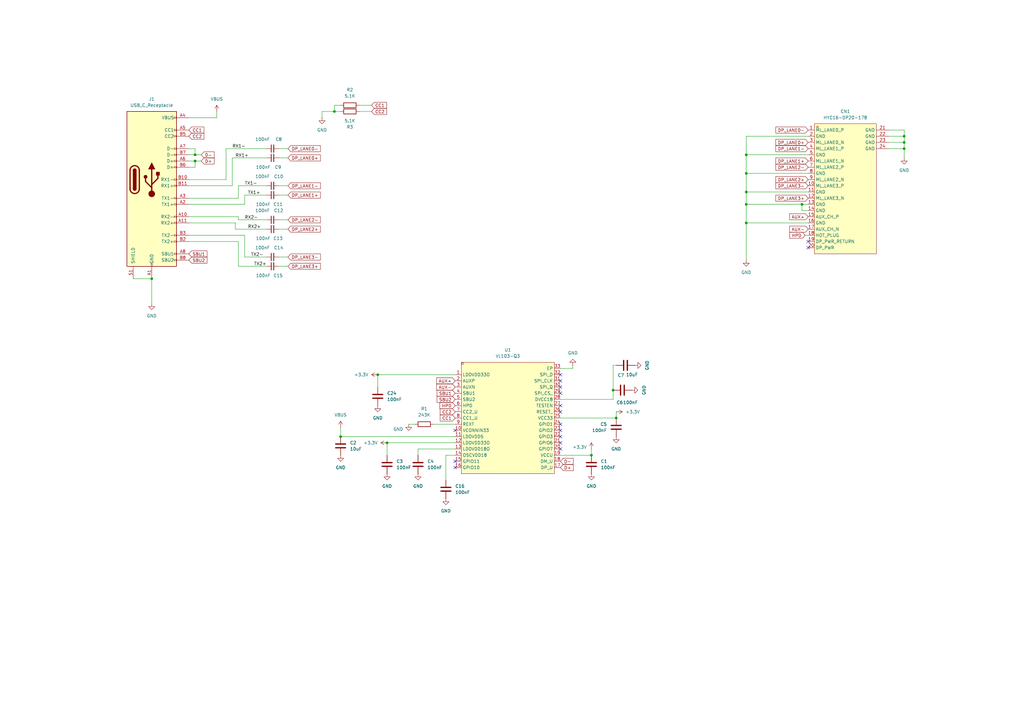
<source format=kicad_sch>
(kicad_sch (version 20231120) (generator "eeschema") (generator_version "8.0")
  (paper "A3")
  (lib_symbols
    (symbol "Connector:USB_C_Receptacle" (pin_names (offset 1.016))
      (property "Reference" "J" (at -10.16 29.21 0))
      (property "Value" "USB_C_Receptacle" (at 10.16 29.21 0))
      (symbol "USB_C_Receptacle_0_0"
        (rectangle (start -0.254 -35.56) (end 0.254 -34.544))
        (rectangle (start 10.16 -32.766) (end 9.144 -33.274))
        (rectangle (start 10.16 -30.226) (end 9.144 -30.734))
        (rectangle (start 10.16 -25.146) (end 9.144 -25.654))
        (rectangle (start 10.16 -22.606) (end 9.144 -23.114))
        (rectangle (start 10.16 -17.526) (end 9.144 -18.034))
        (rectangle (start 10.16 -14.986) (end 9.144 -15.494))
        (rectangle (start 10.16 -9.906) (end 9.144 -10.414))
        (rectangle (start 10.16 -7.366) (end 9.144 -7.874))
        (rectangle (start 10.16 -2.286) (end 9.144 -2.794))
        (rectangle (start 10.16 0.254) (end 9.144 -0.254))
        (rectangle (start 10.16 5.334) (end 9.144 4.826))
        (rectangle (start 10.16 7.874) (end 9.144 7.366))
        (rectangle (start 10.16 10.414) (end 9.144 9.906))
        (rectangle (start 10.16 12.954) (end 9.144 12.446))
        (rectangle (start 10.16 18.034) (end 9.144 17.526))
        (rectangle (start 10.16 20.574) (end 9.144 20.066))
        (rectangle (start 10.16 25.654) (end 9.144 25.146))
      )
      (symbol "USB_C_Receptacle_0_1"
        (rectangle (start -10.16 27.94) (end 10.16 -35.56) (stroke (width 0.254)) (fill (type background)))
        (arc (start -8.89 -3.81) (mid -6.985 -5.7067) (end -5.08 -3.81) (stroke (width 0.508)))
        (arc (start -7.62 -3.81) (mid -6.985 -4.4423) (end -6.35 -3.81) (stroke (width 0.254)))
        (arc (start -7.62 -3.81) (mid -6.985 -4.4423) (end -6.35 -3.81) (stroke (width 0.254)) (fill (type outline)))
        (rectangle (start -7.62 -3.81) (end -6.35 3.81) (stroke (width 0.254)) (fill (type outline)))
        (arc (start -6.35 3.81) (mid -6.985 4.4423) (end -7.62 3.81) (stroke (width 0.254)))
        (arc (start -6.35 3.81) (mid -6.985 4.4423) (end -7.62 3.81) (stroke (width 0.254)) (fill (type outline)))
        (arc (start -5.08 3.81) (mid -6.985 5.7067) (end -8.89 3.81) (stroke (width 0.508)))
        (polyline (pts (xy -8.89 -3.81) (xy -8.89 3.81)) (stroke (width 0.508)))
        (polyline (pts (xy -5.08 3.81) (xy -5.08 -3.81)) (stroke (width 0.508)))
      )
      (symbol "USB_C_Receptacle_1_1"
        (circle (center -2.54 1.143) (radius 0.635) (stroke (width 0.254)) (fill (type outline)))
        (circle (center 0 -5.842) (radius 1.27) (fill (type outline)))
        (polyline (pts (xy 0 -5.842) (xy 0 4.318)) (stroke (width 0.508)))
        (polyline (pts (xy 0 -3.302) (xy -2.54 -0.762) (xy -2.54 0.508)) (stroke (width 0.508)))
        (polyline (pts (xy 0 -2.032) (xy 2.54 0.508) (xy 2.54 1.778)) (stroke (width 0.508)))
        (polyline (pts (xy -1.27 4.318) (xy 0 6.858) (xy 1.27 4.318) (xy -1.27 4.318)) (stroke (width 0.254)) (fill (type outline)))
        (rectangle (start 1.905 1.778) (end 3.175 3.048) (stroke (width 0.254)) (fill (type outline)))
        (pin passive line (at 0 -40.64 90) (length 5.08) (name "GND") (number "A1"))
        (pin bidirectional line (at 15.24 -15.24 180) (length 5.08) (name "RX2-") (number "A10"))
        (pin bidirectional line (at 15.24 -17.78 180) (length 5.08) (name "RX2+") (number "A11"))
        (pin passive line (at 0 -40.64 90) (length 5.08) hide (name "GND") (number "A12"))
        (pin bidirectional line (at 15.24 -10.16 180) (length 5.08) (name "TX1+") (number "A2"))
        (pin bidirectional line (at 15.24 -7.62 180) (length 5.08) (name "TX1-") (number "A3"))
        (pin passive line (at 15.24 25.4 180) (length 5.08) (name "VBUS") (number "A4"))
        (pin bidirectional line (at 15.24 20.32 180) (length 5.08) (name "CC1") (number "A5"))
        (pin bidirectional line (at 15.24 7.62 180) (length 5.08) (name "D+") (number "A6"))
        (pin bidirectional line (at 15.24 12.7 180) (length 5.08) (name "D-") (number "A7"))
        (pin bidirectional line (at 15.24 -30.48 180) (length 5.08) (name "SBU1") (number "A8"))
        (pin passive line (at 15.24 25.4 180) (length 5.08) hide (name "VBUS") (number "A9"))
        (pin passive line (at 0 -40.64 90) (length 5.08) hide (name "GND") (number "B1"))
        (pin bidirectional line (at 15.24 0 180) (length 5.08) (name "RX1-") (number "B10"))
        (pin bidirectional line (at 15.24 -2.54 180) (length 5.08) (name "RX1+") (number "B11"))
        (pin passive line (at 0 -40.64 90) (length 5.08) hide (name "GND") (number "B12"))
        (pin bidirectional line (at 15.24 -25.4 180) (length 5.08) (name "TX2+") (number "B2"))
        (pin bidirectional line (at 15.24 -22.86 180) (length 5.08) (name "TX2-") (number "B3"))
        (pin passive line (at 15.24 25.4 180) (length 5.08) hide (name "VBUS") (number "B4"))
        (pin bidirectional line (at 15.24 17.78 180) (length 5.08) (name "CC2") (number "B5"))
        (pin bidirectional line (at 15.24 5.08 180) (length 5.08) (name "D+") (number "B6"))
        (pin bidirectional line (at 15.24 10.16 180) (length 5.08) (name "D-") (number "B7"))
        (pin bidirectional line (at 15.24 -33.02 180) (length 5.08) (name "SBU2") (number "B8"))
        (pin passive line (at 15.24 25.4 180) (length 5.08) hide (name "VBUS") (number "B9"))
        (pin passive line (at -7.62 -40.64 90) (length 5.08) (name "SHIELD") (number "S1"))
      )
    )
    (symbol "Device:C" (pin_numbers hide) (pin_names (offset 0.254))
      (property "Reference" "C" (at 0.635 2.54 0))
      (property "Value" "C" (at 0.635 -2.54 0))
      (symbol "C_0_1"
        (polyline (pts (xy -2.032 -0.762) (xy 2.032 -0.762)) (stroke (width 0.508)))
        (polyline (pts (xy -2.032 0.762) (xy 2.032 0.762)) (stroke (width 0.508)))
      )
      (symbol "C_1_1"
        (pin passive line (at 0 3.81 270) (length 2.794) (name "~") (number "1"))
        (pin passive line (at 0 -3.81 90) (length 2.794) (name "~") (number "2"))
      )
    )
    (symbol "Device:C_Small" (pin_numbers hide) (pin_names (offset 0.254) hide)
      (property "Reference" "C" (at 0.254 1.778 0))
      (property "Value" "C_Small" (at 0.254 -2.032 0))
      (symbol "C_Small_0_1"
        (polyline (pts (xy -1.524 -0.508) (xy 1.524 -0.508)) (stroke (width 0.3302)))
        (polyline (pts (xy -1.524 0.508) (xy 1.524 0.508)) (stroke (width 0.3048)))
      )
      (symbol "C_Small_1_1"
        (pin passive line (at 0 2.54 270) (length 2.032) (name "~") (number "1"))
        (pin passive line (at 0 -2.54 90) (length 2.032) (name "~") (number "2"))
      )
    )
    (symbol "Device:R" (pin_numbers hide) (pin_names (offset 0))
      (property "Reference" "R" (at 2.032 0 90))
      (property "Value" "R" (at 0 0 90))
      (symbol "R_0_1"
        (rectangle (start -1.016 -2.54) (end 1.016 2.54) (stroke (width 0.254)))
      )
      (symbol "R_1_1"
        (pin passive line (at 0 3.81 270) (length 1.27) (name "~") (number "1"))
        (pin passive line (at 0 -3.81 90) (length 1.27) (name "~") (number "2"))
      )
    )
    (symbol "da:HYC16-DP20-178"
      (property "Reference" "CN" (at 0 30.48 0))
      (property "Value" "HYC16-DP20-178" (at 0 -27.94 0))
      (symbol "HYC16-DP20-178_0_1"
        (rectangle (start -10.16 27.94) (end 15.24 -25.4) (fill (type background)))
        (circle (center -8.89 26.67) (radius 0.38))
        (pin unspecified line (at -12.7 25.4 0) (length 2.54) (name "ML_LANE0_P") (number "1"))
        (pin unspecified line (at -12.7 2.54 0) (length 2.54) (name "ML_LANE3_P") (number "10"))
        (pin unspecified line (at -12.7 0 0) (length 2.54) (name "GND") (number "11"))
        (pin unspecified line (at -12.7 -2.54 0) (length 2.54) (name "ML_LANE3_N") (number "12"))
        (pin unspecified line (at -12.7 -5.08 0) (length 2.54) (name "GND") (number "13"))
        (pin unspecified line (at -12.7 -7.62 0) (length 2.54) (name "GND") (number "14"))
        (pin unspecified line (at -12.7 -10.16 0) (length 2.54) (name "AUX_CH_P") (number "15"))
        (pin unspecified line (at -12.7 -12.7 0) (length 2.54) (name "GND") (number "16"))
        (pin unspecified line (at -12.7 -15.24 0) (length 2.54) (name "AUX_CH_N") (number "17"))
        (pin unspecified line (at -12.7 -17.78 0) (length 2.54) (name "HOT_PLUG") (number "18"))
        (pin unspecified line (at -12.7 -20.32 0) (length 2.54) (name "DP_PWR_RETURN") (number "19"))
        (pin unspecified line (at -12.7 22.86 0) (length 2.54) (name "GND") (number "2"))
        (pin unspecified line (at -12.7 -22.86 0) (length 2.54) (name "DP_PWR") (number "20"))
        (pin unspecified line (at 20.32 25.4 180) (length 5.08) (name "GND") (number "21"))
        (pin unspecified line (at 20.32 22.86 180) (length 5.08) (name "GND") (number "22"))
        (pin unspecified line (at 20.32 20.32 180) (length 5.08) (name "GND") (number "23"))
        (pin unspecified line (at 20.32 17.78 180) (length 5.08) (name "GND") (number "24"))
        (pin unspecified line (at -12.7 20.32 0) (length 2.54) (name "ML_LANE0_N") (number "3"))
        (pin unspecified line (at -12.7 17.78 0) (length 2.54) (name "ML_LANE1_P") (number "4"))
        (pin unspecified line (at -12.7 15.24 0) (length 2.54) (name "GND") (number "5"))
        (pin unspecified line (at -12.7 12.7 0) (length 2.54) (name "ML_LANE1_N") (number "6"))
        (pin unspecified line (at -12.7 10.16 0) (length 2.54) (name "ML_LANE2_P") (number "7"))
        (pin unspecified line (at -12.7 7.62 0) (length 2.54) (name "GND") (number "8"))
        (pin unspecified line (at -12.7 5.08 0) (length 2.54) (name "ML_LANE2_N") (number "9"))
      )
    )
    (symbol "da:VL103-Q3"
      (property "Reference" "U" (at 0 25.4 0))
      (property "Value" "VL103-Q3" (at 0 -25.4 0))
      (symbol "VL103-Q3_0_1"
        (rectangle (start -19.05 22.86) (end 19.05 -22.86) (fill (type background)))
        (circle (center -18.54 22.35) (radius 0.38))
        (pin unspecified line (at -21.59 17.78 0) (length 2.54) (name "LDOVDD33O") (number "1"))
        (pin unspecified line (at -21.59 -5.08 0) (length 2.54) (name "VCONNIN33") (number "10"))
        (pin unspecified line (at -21.59 -7.62 0) (length 2.54) (name "LDOVDD5") (number "11"))
        (pin unspecified line (at -21.59 -10.16 0) (length 2.54) (name "LDOVDD33O") (number "12"))
        (pin unspecified line (at -21.59 -12.7 0) (length 2.54) (name "LDOVDD18O") (number "13"))
        (pin unspecified line (at -21.59 -15.24 0) (length 2.54) (name "OSCVDD18") (number "14"))
        (pin unspecified line (at -21.59 -17.78 0) (length 2.54) (name "GPIO11") (number "15"))
        (pin unspecified line (at -21.59 -20.32 0) (length 2.54) (name "GPIO10") (number "16"))
        (pin unspecified line (at 21.59 -20.32 180) (length 2.54) (name "DP_U") (number "17"))
        (pin unspecified line (at 21.59 -17.78 180) (length 2.54) (name "DM_U") (number "18"))
        (pin unspecified line (at 21.59 -15.24 180) (length 2.54) (name "VCCU") (number "19"))
        (pin unspecified line (at -21.59 15.24 0) (length 2.54) (name "AUXP") (number "2"))
        (pin unspecified line (at 21.59 -12.7 180) (length 2.54) (name "GPIO7") (number "20"))
        (pin unspecified line (at 21.59 -10.16 180) (length 2.54) (name "GPIO6") (number "21"))
        (pin unspecified line (at 21.59 -7.62 180) (length 2.54) (name "GPIO3") (number "22"))
        (pin unspecified line (at 21.59 -5.08 180) (length 2.54) (name "GPIO2") (number "23"))
        (pin unspecified line (at 21.59 -2.54 180) (length 2.54) (name "GPIO1") (number "24"))
        (pin unspecified line (at 21.59 0 180) (length 2.54) (name "VCC33") (number "25"))
        (pin unspecified line (at 21.59 2.54 180) (length 2.54) (name "RESET_") (number "26"))
        (pin unspecified line (at 21.59 5.08 180) (length 2.54) (name "TESTEN") (number "27"))
        (pin unspecified line (at 21.59 7.62 180) (length 2.54) (name "DVCC18") (number "28"))
        (pin unspecified line (at 21.59 10.16 180) (length 2.54) (name "SPI_CS_") (number "29"))
        (pin unspecified line (at -21.59 12.7 0) (length 2.54) (name "AUXN") (number "3"))
        (pin unspecified line (at 21.59 12.7 180) (length 2.54) (name "SPI_Q") (number "30"))
        (pin unspecified line (at 21.59 15.24 180) (length 2.54) (name "SPI_CLK") (number "31"))
        (pin unspecified line (at 21.59 17.78 180) (length 2.54) (name "SPI_D") (number "32"))
        (pin unspecified line (at 21.59 20.32 180) (length 2.54) (name "EP") (number "33"))
        (pin unspecified line (at -21.59 10.16 0) (length 2.54) (name "SBU1") (number "4"))
        (pin unspecified line (at -21.59 7.62 0) (length 2.54) (name "SBU2") (number "5"))
        (pin unspecified line (at -21.59 5.08 0) (length 2.54) (name "HPD") (number "6"))
        (pin unspecified line (at -21.59 2.54 0) (length 2.54) (name "CC2_U") (number "7"))
        (pin unspecified line (at -21.59 0 0) (length 2.54) (name "CC1_U") (number "8"))
        (pin unspecified line (at -21.59 -2.54 0) (length 2.54) (name "REXT") (number "9"))
      )
    )
    (symbol "power:+3.3V" (power) (pin_numbers hide) (pin_names (offset 0) hide)
      (property "Value" "+3.3V" (at 0 3.556 0))
      (symbol "+3.3V_0_1"
        (polyline (pts (xy -0.762 1.27) (xy 0 2.54)))
        (polyline (pts (xy 0 0) (xy 0 2.54)))
        (polyline (pts (xy 0 2.54) (xy 0.762 1.27)))
      )
      (symbol "+3.3V_1_1"
        (pin power_in line (at 0 0 90) (length 0) (name "~") (number "1"))
      )
    )
    (symbol "power:GND" (power) (pin_numbers hide) (pin_names (offset 0) hide)
      (property "Value" "GND" (at 0 -3.81 0))
      (symbol "GND_0_1"
        (polyline (pts (xy 0 0) (xy 0 -1.27) (xy 1.27 -1.27) (xy 0 -2.54) (xy -1.27 -1.27) (xy 0 -1.27)))
      )
      (symbol "GND_1_1"
        (pin power_in line (at 0 0 270) (length 0) (name "~") (number "1"))
      )
    )
    (symbol "power:VBUS" (power) (pin_numbers hide) (pin_names (offset 0) hide)
      (property "Value" "VBUS" (at 0 3.556 0))
      (symbol "VBUS_0_1"
        (polyline (pts (xy -0.762 1.27) (xy 0 2.54)))
        (polyline (pts (xy 0 0) (xy 0 2.54)))
        (polyline (pts (xy 0 2.54) (xy 0.762 1.27)))
      )
      (symbol "VBUS_1_1"
        (pin power_in line (at 0 0 90) (length 0) (name "~") (number "1"))
      )
    )
  )
  (junction (at 306.07 63.5))
  (junction (at 306.07 91.44))
  (junction (at 306.07 83.82))
  (junction (at 370.84 55.88))
  (junction (at 62.23 114.3))
  (junction (at 158.75 181.61))
  (junction (at 306.07 78.74))
  (junction (at 306.07 71.12))
  (junction (at 137.16 45.72))
  (junction (at 252.73 171.45))
  (junction (at 251.46 160.02))
  (junction (at 154.94 153.67))
  (junction (at 370.84 58.42))
  (junction (at 80.01 66.04))
  (junction (at 139.7 179.07))
  (junction (at 80.01 63.5))
  (junction (at 328.93 83.82))
  (junction (at 370.84 60.96))
  (junction (at 242.57 186.69))
  (no_connect (at 331.47 99.06))
  (no_connect (at 229.87 184.15))
  (no_connect (at 229.87 168.91))
  (no_connect (at 186.69 189.23))
  (no_connect (at 229.87 179.07))
  (no_connect (at 331.47 101.6))
  (no_connect (at 229.87 153.67))
  (no_connect (at 186.69 191.77))
  (no_connect (at 229.87 156.21))
  (no_connect (at 229.87 158.75))
  (no_connect (at 229.87 173.99))
  (no_connect (at 229.87 166.37))
  (no_connect (at 229.87 181.61))
  (no_connect (at 186.69 176.53))
  (no_connect (at 229.87 176.53))
  (no_connect (at 229.87 161.29))
  (wire (pts (xy 77.47 60.96) (xy 80.01 60.96)))
  (wire (pts (xy 154.94 153.67) (xy 186.69 153.67)))
  (wire (pts (xy 139.7 179.07) (xy 186.69 179.07)))
  (wire (pts (xy 306.07 63.5) (xy 331.47 63.5)))
  (wire (pts (xy 364.49 55.88) (xy 370.84 55.88)))
  (wire (pts (xy 77.47 81.28) (xy 97.79 81.28)))
  (wire (pts (xy 147.32 45.72) (xy 152.4 45.72)))
  (wire (pts (xy 242.57 186.69) (xy 242.57 184.15)))
  (wire (pts (xy 370.84 53.34) (xy 370.84 55.88)))
  (wire (pts (xy 96.52 93.98) (xy 109.22 93.98)))
  (wire (pts (xy 139.7 45.72) (xy 137.16 45.72)))
  (wire (pts (xy 330.2 96.52) (xy 331.47 96.52)))
  (wire (pts (xy 234.95 151.13) (xy 234.95 149.86)))
  (wire (pts (xy 80.01 60.96) (xy 80.01 63.5)))
  (wire (pts (xy 137.16 43.18) (xy 137.16 45.72)))
  (wire (pts (xy 100.33 80.01) (xy 109.22 80.01)))
  (wire (pts (xy 97.79 88.9) (xy 97.79 90.17)))
  (wire (pts (xy 77.47 91.44) (xy 96.52 91.44)))
  (wire (pts (xy 252.73 149.86) (xy 251.46 149.86)))
  (wire (pts (xy 97.79 90.17) (xy 109.22 90.17)))
  (wire (pts (xy 306.07 78.74) (xy 331.47 78.74)))
  (wire (pts (xy 97.79 81.28) (xy 97.79 76.2)))
  (wire (pts (xy 100.33 105.41) (xy 109.22 105.41)))
  (wire (pts (xy 306.07 106.68) (xy 306.07 91.44)))
  (wire (pts (xy 118.11 93.98) (xy 114.3 93.98)))
  (wire (pts (xy 306.07 63.5) (xy 306.07 55.88)))
  (wire (pts (xy 118.11 109.22) (xy 114.3 109.22)))
  (wire (pts (xy 100.33 83.82) (xy 100.33 80.01)))
  (wire (pts (xy 114.3 64.77) (xy 118.11 64.77)))
  (wire (pts (xy 306.07 71.12) (xy 306.07 63.5)))
  (wire (pts (xy 306.07 83.82) (xy 328.93 83.82)))
  (wire (pts (xy 109.22 109.22) (xy 97.79 109.22)))
  (wire (pts (xy 251.46 149.86) (xy 251.46 160.02)))
  (wire (pts (xy 77.47 76.2) (xy 95.25 76.2)))
  (wire (pts (xy 229.87 186.69) (xy 242.57 186.69)))
  (wire (pts (xy 229.87 151.13) (xy 234.95 151.13)))
  (wire (pts (xy 139.7 175.26) (xy 139.7 179.07)))
  (wire (pts (xy 92.71 73.66) (xy 92.71 60.96)))
  (wire (pts (xy 77.47 68.58) (xy 80.01 68.58)))
  (wire (pts (xy 306.07 71.12) (xy 331.47 71.12)))
  (wire (pts (xy 364.49 60.96) (xy 370.84 60.96)))
  (wire (pts (xy 229.87 171.45) (xy 252.73 171.45)))
  (wire (pts (xy 364.49 53.34) (xy 370.84 53.34)))
  (wire (pts (xy 77.47 66.04) (xy 80.01 66.04)))
  (wire (pts (xy 186.69 186.69) (xy 182.88 186.69)))
  (wire (pts (xy 77.47 88.9) (xy 97.79 88.9)))
  (wire (pts (xy 154.94 153.67) (xy 154.94 158.75)))
  (wire (pts (xy 118.11 80.01) (xy 114.3 80.01)))
  (wire (pts (xy 95.25 76.2) (xy 95.25 64.77)))
  (wire (pts (xy 92.71 60.96) (xy 109.22 60.96)))
  (wire (pts (xy 97.79 76.2) (xy 109.22 76.2)))
  (wire (pts (xy 77.47 73.66) (xy 92.71 73.66)))
  (wire (pts (xy 62.23 114.3) (xy 62.23 124.46)))
  (wire (pts (xy 77.47 83.82) (xy 100.33 83.82)))
  (wire (pts (xy 95.25 64.77) (xy 109.22 64.77)))
  (wire (pts (xy 252.73 168.91) (xy 252.73 171.45)))
  (wire (pts (xy 80.01 66.04) (xy 82.55 66.04)))
  (wire (pts (xy 54.61 114.3) (xy 62.23 114.3)))
  (wire (pts (xy 182.88 186.69) (xy 182.88 196.85)))
  (wire (pts (xy 251.46 163.83) (xy 251.46 160.02)))
  (wire (pts (xy 97.79 109.22) (xy 97.79 99.06)))
  (wire (pts (xy 96.52 91.44) (xy 96.52 93.98)))
  (wire (pts (xy 177.8 173.99) (xy 186.69 173.99)))
  (wire (pts (xy 88.9 48.26) (xy 88.9 45.72)))
  (wire (pts (xy 147.32 43.18) (xy 152.4 43.18)))
  (wire (pts (xy 77.47 48.26) (xy 88.9 48.26)))
  (wire (pts (xy 80.01 63.5) (xy 82.55 63.5)))
  (wire (pts (xy 137.16 45.72) (xy 132.08 45.72)))
  (wire (pts (xy 306.07 78.74) (xy 306.07 71.12)))
  (wire (pts (xy 97.79 99.06) (xy 77.47 99.06)))
  (wire (pts (xy 370.84 58.42) (xy 370.84 60.96)))
  (wire (pts (xy 167.64 173.99) (xy 170.18 173.99)))
  (wire (pts (xy 328.93 86.36) (xy 328.93 83.82)))
  (wire (pts (xy 331.47 86.36) (xy 328.93 86.36)))
  (wire (pts (xy 306.07 91.44) (xy 331.47 91.44)))
  (wire (pts (xy 118.11 76.2) (xy 114.3 76.2)))
  (wire (pts (xy 171.45 186.69) (xy 171.45 184.15)))
  (wire (pts (xy 77.47 63.5) (xy 80.01 63.5)))
  (wire (pts (xy 158.75 181.61) (xy 158.75 186.69)))
  (wire (pts (xy 364.49 58.42) (xy 370.84 58.42)))
  (wire (pts (xy 114.3 60.96) (xy 118.11 60.96)))
  (wire (pts (xy 77.47 96.52) (xy 100.33 96.52)))
  (wire (pts (xy 370.84 60.96) (xy 370.84 64.77)))
  (wire (pts (xy 139.7 43.18) (xy 137.16 43.18)))
  (wire (pts (xy 370.84 55.88) (xy 370.84 58.42)))
  (wire (pts (xy 306.07 91.44) (xy 306.07 83.82)))
  (wire (pts (xy 229.87 163.83) (xy 251.46 163.83)))
  (wire (pts (xy 118.11 90.17) (xy 114.3 90.17)))
  (wire (pts (xy 306.07 83.82) (xy 306.07 78.74)))
  (wire (pts (xy 80.01 68.58) (xy 80.01 66.04)))
  (wire (pts (xy 328.93 83.82) (xy 331.47 83.82)))
  (wire (pts (xy 171.45 184.15) (xy 186.69 184.15)))
  (wire (pts (xy 306.07 55.88) (xy 331.47 55.88)))
  (wire (pts (xy 118.11 105.41) (xy 114.3 105.41)))
  (wire (pts (xy 100.33 96.52) (xy 100.33 105.41)))
  (wire (pts (xy 158.75 181.61) (xy 186.69 181.61)))
  (wire (pts (xy 132.08 45.72) (xy 132.08 48.26)))
  (label "TX1-" (at 100.33 76.2 0))
  (label "RX1-" (at 95.25 60.96 0))
  (label "TX2-" (at 102.87 105.41 0))
  (label "TX1+" (at 101.6 80.01 0))
  (label "TX2+" (at 104.14 109.22 0))
  (label "RX1+" (at 96.52 64.77 0))
  (label "RX2+" (at 101.6 93.98 0))
  (label "RX2-" (at 100.33 90.17 0))
  (global_label "DP_LANE1-" (shape input) (at 118.11 76.2 0) (property "Intersheetrefs" "${INTERSHEET_REFS}" (effects (hide yes))))
  (global_label "DP_LANE0+" (shape input) (at 331.47 58.42 180) (property "Intersheetrefs" "${INTERSHEET_REFS}" (effects (hide yes))))
  (global_label "CC1" (shape input) (at 186.69 171.45 180) (property "Intersheetrefs" "${INTERSHEET_REFS}" (effects (hide yes))))
  (global_label "DP_LANE0-" (shape input) (at 118.11 60.96 0) (property "Intersheetrefs" "${INTERSHEET_REFS}" (effects (hide yes))))
  (global_label "DP_LANE3-" (shape input) (at 331.47 76.2 180) (property "Intersheetrefs" "${INTERSHEET_REFS}" (effects (hide yes))))
  (global_label "DP_LANE3+" (shape input) (at 118.11 109.22 0) (property "Intersheetrefs" "${INTERSHEET_REFS}" (effects (hide yes))))
  (global_label "HPD" (shape input) (at 186.69 166.37 180) (property "Intersheetrefs" "${INTERSHEET_REFS}" (effects (hide yes))))
  (global_label "D+" (shape input) (at 229.87 191.77 0) (property "Intersheetrefs" "${INTERSHEET_REFS}" (effects (hide yes))))
  (global_label "DP_LANE3-" (shape input) (at 118.11 105.41 0) (property "Intersheetrefs" "${INTERSHEET_REFS}" (effects (hide yes))))
  (global_label "CC1" (shape input) (at 152.4 43.18 0) (property "Intersheetrefs" "${INTERSHEET_REFS}" (effects (hide yes))))
  (global_label "DP_LANE2+" (shape input) (at 118.11 93.98 0) (property "Intersheetrefs" "${INTERSHEET_REFS}" (effects (hide yes))))
  (global_label "AUX+" (shape input) (at 331.47 88.9 180) (property "Intersheetrefs" "${INTERSHEET_REFS}" (effects (hide yes))))
  (global_label "DP_LANE1+" (shape input) (at 118.11 80.01 0) (property "Intersheetrefs" "${INTERSHEET_REFS}" (effects (hide yes))))
  (global_label "SBU2" (shape input) (at 186.69 163.83 180) (property "Intersheetrefs" "${INTERSHEET_REFS}" (effects (hide yes))))
  (global_label "CC1" (shape input) (at 77.47 53.34 0) (property "Intersheetrefs" "${INTERSHEET_REFS}" (effects (hide yes))))
  (global_label "D-" (shape input) (at 229.87 189.23 0) (property "Intersheetrefs" "${INTERSHEET_REFS}" (effects (hide yes))))
  (global_label "DP_LANE3+" (shape input) (at 331.47 81.28 180) (property "Intersheetrefs" "${INTERSHEET_REFS}" (effects (hide yes))))
  (global_label "SBU1" (shape input) (at 77.47 104.14 0) (property "Intersheetrefs" "${INTERSHEET_REFS}" (effects (hide yes))))
  (global_label "SBU1" (shape input) (at 186.69 161.29 180) (property "Intersheetrefs" "${INTERSHEET_REFS}" (effects (hide yes))))
  (global_label "DP_LANE0-" (shape input) (at 331.47 53.34 180) (property "Intersheetrefs" "${INTERSHEET_REFS}" (effects (hide yes))))
  (global_label "SBU2" (shape input) (at 77.47 106.68 0) (property "Intersheetrefs" "${INTERSHEET_REFS}" (effects (hide yes))))
  (global_label "DP_LANE0+" (shape input) (at 118.11 64.77 0) (property "Intersheetrefs" "${INTERSHEET_REFS}" (effects (hide yes))))
  (global_label "AUX-" (shape input) (at 186.69 158.75 180) (property "Intersheetrefs" "${INTERSHEET_REFS}" (effects (hide yes))))
  (global_label "AUX+" (shape input) (at 186.69 156.21 180) (property "Intersheetrefs" "${INTERSHEET_REFS}" (effects (hide yes))))
  (global_label "AUX-" (shape input) (at 331.47 93.98 180) (property "Intersheetrefs" "${INTERSHEET_REFS}" (effects (hide yes))))
  (global_label "CC2" (shape input) (at 77.47 55.88 0) (property "Intersheetrefs" "${INTERSHEET_REFS}" (effects (hide yes))))
  (global_label "CC2" (shape input) (at 186.69 168.91 180) (property "Intersheetrefs" "${INTERSHEET_REFS}" (effects (hide yes))))
  (global_label "DP_LANE1-" (shape input) (at 331.47 60.96 180) (property "Intersheetrefs" "${INTERSHEET_REFS}" (effects (hide yes))))
  (global_label "CC2" (shape input) (at 152.4 45.72 0) (property "Intersheetrefs" "${INTERSHEET_REFS}" (effects (hide yes))))
  (global_label "DP_LANE2-" (shape input) (at 118.11 90.17 0) (property "Intersheetrefs" "${INTERSHEET_REFS}" (effects (hide yes))))
  (global_label "DP_LANE1+" (shape input) (at 331.47 66.04 180) (property "Intersheetrefs" "${INTERSHEET_REFS}" (effects (hide yes))))
  (global_label "DP_LANE2-" (shape input) (at 331.47 68.58 180) (property "Intersheetrefs" "${INTERSHEET_REFS}" (effects (hide yes))))
  (global_label "D+" (shape input) (at 82.55 66.04 0) (property "Intersheetrefs" "${INTERSHEET_REFS}" (effects (hide yes))))
  (global_label "D-" (shape input) (at 82.55 63.5 0) (property "Intersheetrefs" "${INTERSHEET_REFS}" (effects (hide yes))))
  (global_label "DP_LANE2+" (shape input) (at 331.47 73.66 180) (property "Intersheetrefs" "${INTERSHEET_REFS}" (effects (hide yes))))
  (global_label "HPD" (shape input) (at 330.2 96.52 180) (property "Intersheetrefs" "${INTERSHEET_REFS}" (effects (hide yes))))
  (symbol (lib_id "power:GND") (at 259.08 160.02 90) (mirror x) (unit 1)
    (property "Reference" "#PWR018" (effects (hide yes)))
    (property "Value" "GND" (at 264.16 160.02 0))
    (property "Description" "Power symbol creates a global label with name \"GND\" , ground" (effects (hide yes)))
  )
  (symbol (lib_id "Device:C_Small") (at 111.76 109.22 90) (mirror x) (unit 1)
    (property "Reference" "C15" (at 114.046 113.03 90))
    (property "Value" "100nF" (at 107.95 113.03 90))
    (property "Footprint" "Capacitor_SMD:C_0402_1005Metric_Pad0.74x0.62mm_HandSolder" (effects (hide yes)))
    (property "Description" "Unpolarized capacitor, small symbol" (effects (hide yes)))
  )
  (symbol (lib_id "power:VBUS") (at 139.7 175.26 0) (unit 1)
    (property "Reference" "#PWR011" (effects (hide yes)))
    (property "Value" "VBUS" (at 139.7 170.18 0))
    (property "Description" "Power symbol creates a global label with name \"VBUS\"" (effects (hide yes)))
  )
  (symbol (lib_id "Device:C") (at 158.75 190.5 0) (unit 1)
    (property "Reference" "C3" (at 162.56 189.2299 0) (effects (justify left)))
    (property "Value" "100nF" (at 162.56 191.7699 0) (effects (justify left)))
    (property "Footprint" "Capacitor_SMD:C_0402_1005Metric_Pad0.74x0.62mm_HandSolder" (effects (hide yes)))
    (property "Description" "Unpolarized capacitor" (effects (hide yes)))
  )
  (symbol (lib_id "power:VBUS") (at 88.9 45.72 0) (unit 1)
    (property "Reference" "#PWR05" (effects (hide yes)))
    (property "Value" "VBUS" (at 88.9 40.64 0))
    (property "Description" "Power symbol creates a global label with name \"VBUS\"" (effects (hide yes)))
  )
  (symbol (lib_id "power:GND") (at 167.64 173.99 0) (unit 1)
    (property "Reference" "#PWR04" (effects (hide yes)))
    (property "Value" "GND" (at 163.322 176.022 0))
    (property "Description" "Power symbol creates a global label with name \"GND\" , ground" (effects (hide yes)))
  )
  (symbol (lib_id "Device:C_Small") (at 111.76 105.41 90) (unit 1)
    (property "Reference" "C14" (at 114.3 101.6 90))
    (property "Value" "100nF" (at 107.696 101.6 90))
    (property "Footprint" "Capacitor_SMD:C_0402_1005Metric_Pad0.74x0.62mm_HandSolder" (effects (hide yes)))
    (property "Description" "Unpolarized capacitor, small symbol" (effects (hide yes)))
  )
  (symbol (lib_id "Device:C") (at 154.94 162.56 0) (unit 1)
    (property "Reference" "C24" (at 158.75 161.2899 0) (effects (justify left)))
    (property "Value" "100nF" (at 158.75 163.8299 0) (effects (justify left)))
    (property "Footprint" "Capacitor_SMD:C_0402_1005Metric_Pad0.74x0.62mm_HandSolder" (effects (hide yes)))
    (property "Description" "Unpolarized capacitor" (effects (hide yes)))
  )
  (symbol (lib_id "power:+3.3V") (at 154.94 153.67 90) (unit 1)
    (property "Reference" "#PWR020" (effects (hide yes)))
    (property "Value" "+3.3V" (at 151.13 153.6699 90) (effects (justify left)))
    (property "Description" "Power symbol creates a global label with name \"+3.3V\"" (effects (hide yes)))
  )
  (symbol (lib_id "power:+3.3V") (at 252.73 168.91 270) (mirror x) (unit 1)
    (property "Reference" "#PWR016" (effects (hide yes)))
    (property "Value" "+3.3V" (at 256.54 168.9099 90) (effects (justify left)))
    (property "Description" "Power symbol creates a global label with name \"+3.3V\"" (effects (hide yes)))
  )
  (symbol (lib_id "Device:C_Small") (at 111.76 90.17 90) (unit 1)
    (property "Reference" "C12" (at 114.3 86.36 90))
    (property "Value" "100nF" (at 107.696 86.36 90))
    (property "Footprint" "Capacitor_SMD:C_0402_1005Metric_Pad0.74x0.62mm_HandSolder" (effects (hide yes)))
    (property "Description" "Unpolarized capacitor, small symbol" (effects (hide yes)))
  )
  (symbol (lib_id "Device:C") (at 255.27 160.02 90) (mirror x) (unit 1)
    (property "Reference" "C6" (at 255.524 165.1 90) (effects (justify left)))
    (property "Value" "100nF" (at 261.62 165.1 90) (effects (justify left)))
    (property "Footprint" "Capacitor_SMD:C_0402_1005Metric_Pad0.74x0.62mm_HandSolder" (effects (hide yes)))
    (property "Description" "Unpolarized capacitor" (effects (hide yes)))
  )
  (symbol (lib_id "power:GND") (at 154.94 166.37 0) (unit 1)
    (property "Reference" "#PWR021" (effects (hide yes)))
    (property "Value" "GND" (at 154.94 171.45 0))
    (property "Description" "Power symbol creates a global label with name \"GND\" , ground" (effects (hide yes)))
  )
  (symbol (lib_id "Device:C_Small") (at 111.76 76.2 90) (unit 1)
    (property "Reference" "C10" (at 114.3 72.39 90))
    (property "Value" "100nF" (at 107.696 72.39 90))
    (property "Footprint" "Capacitor_SMD:C_0402_1005Metric_Pad0.74x0.62mm_HandSolder" (effects (hide yes)))
    (property "Description" "Unpolarized capacitor, small symbol" (effects (hide yes)))
  )
  (symbol (lib_id "Device:C") (at 242.57 190.5 0) (unit 1)
    (property "Reference" "C1" (at 246.38 189.2299 0) (effects (justify left)))
    (property "Value" "100nF" (at 246.38 191.7699 0) (effects (justify left)))
    (property "Footprint" "Capacitor_SMD:C_0402_1005Metric_Pad0.74x0.62mm_HandSolder" (effects (hide yes)))
    (property "Description" "Unpolarized capacitor" (effects (hide yes)))
  )
  (symbol (lib_id "power:+3.3V") (at 242.57 184.15 0) (unit 1)
    (property "Reference" "#PWR09" (effects (hide yes)))
    (property "Value" "+3.3V" (at 237.744 183.388 0))
    (property "Description" "Power symbol creates a global label with name \"+3.3V\"" (effects (hide yes)))
  )
  (symbol (lib_id "power:GND") (at 242.57 194.31 0) (unit 1)
    (property "Reference" "#PWR010" (effects (hide yes)))
    (property "Value" "GND" (at 242.57 199.39 0))
    (property "Description" "Power symbol creates a global label with name \"GND\" , ground" (effects (hide yes)))
  )
  (symbol (lib_id "power:GND") (at 171.45 194.31 0) (unit 1)
    (property "Reference" "#PWR015" (effects (hide yes)))
    (property "Value" "GND" (at 171.45 199.39 0))
    (property "Description" "Power symbol creates a global label with name \"GND\" , ground" (effects (hide yes)))
  )
  (symbol (lib_id "power:GND") (at 306.07 106.68 0) (unit 1)
    (property "Reference" "#PWR03" (effects (hide yes)))
    (property "Value" "GND" (at 306.07 111.76 0))
    (property "Description" "Power symbol creates a global label with name \"GND\" , ground" (effects (hide yes)))
  )
  (symbol (lib_id "power:GND") (at 260.35 149.86 90) (mirror x) (unit 1)
    (property "Reference" "#PWR019" (effects (hide yes)))
    (property "Value" "GND" (at 265.43 149.86 0))
    (property "Description" "Power symbol creates a global label with name \"GND\" , ground" (effects (hide yes)))
  )
  (symbol (lib_id "Device:C") (at 182.88 200.66 0) (unit 1)
    (property "Reference" "C16" (at 186.69 199.3899 0) (effects (justify left)))
    (property "Value" "100nF" (at 186.69 201.9299 0) (effects (justify left)))
    (property "Footprint" "Capacitor_SMD:C_0402_1005Metric_Pad0.74x0.62mm_HandSolder" (effects (hide yes)))
    (property "Description" "Unpolarized capacitor" (effects (hide yes)))
  )
  (symbol (lib_id "power:GND") (at 182.88 204.47 0) (unit 1)
    (property "Reference" "#PWR022" (effects (hide yes)))
    (property "Value" "GND" (at 182.88 209.55 0))
    (property "Description" "Power symbol creates a global label with name \"GND\" , ground" (effects (hide yes)))
  )
  (symbol (lib_id "power:GND") (at 158.75 194.31 0) (unit 1)
    (property "Reference" "#PWR013" (effects (hide yes)))
    (property "Value" "GND" (at 158.75 199.39 0))
    (property "Description" "Power symbol creates a global label with name \"GND\" , ground" (effects (hide yes)))
  )
  (symbol (lib_id "Device:R") (at 143.51 43.18 270) (unit 1)
    (property "Reference" "R2" (at 143.51 36.83 90))
    (property "Value" "5.1K" (at 143.51 39.37 90))
    (property "Footprint" "Resistor_SMD:R_0402_1005Metric" (effects (hide yes)))
    (property "Description" "Resistor" (effects (hide yes)))
  )
  (symbol (lib_id "power:+3.3V") (at 158.75 181.61 90) (unit 1)
    (property "Reference" "#PWR014" (effects (hide yes)))
    (property "Value" "+3.3V" (at 154.94 181.6099 90) (effects (justify left)))
    (property "Description" "Power symbol creates a global label with name \"+3.3V\"" (effects (hide yes)))
  )
  (symbol (lib_id "power:GND") (at 370.84 64.77 0) (unit 1)
    (property "Reference" "#PWR02" (effects (hide yes)))
    (property "Value" "GND" (at 370.84 69.85 0))
    (property "Description" "Power symbol creates a global label with name \"GND\" , ground" (effects (hide yes)))
  )
  (symbol (lib_id "da:VL103-Q3") (at 208.28 171.45 0) (unit 1)
    (property "Reference" "U1" (at 208.28 143.51 0))
    (property "Value" "VL103-Q3" (at 208.28 146.05 0))
    (property "Footprint" "da:QFN-32_L5.0-W5.0-P0.50-TL-EP3.5" (effects (hide yes)))
    (property "Datasheet" "https://lcsc.com/product-detail/Others_VL103_C209757.html" (effects (hide yes)))
    (property "LCSC Part" "C209757" (effects (hide yes)))
  )
  (symbol (lib_id "Device:C_Small") (at 111.76 93.98 90) (mirror x) (unit 1)
    (property "Reference" "C13" (at 114.046 97.79 90))
    (property "Value" "100nF" (at 107.95 97.79 90))
    (property "Footprint" "Capacitor_SMD:C_0402_1005Metric_Pad0.74x0.62mm_HandSolder" (effects (hide yes)))
    (property "Description" "Unpolarized capacitor, small symbol" (effects (hide yes)))
  )
  (symbol (lib_id "power:GND") (at 62.23 124.46 0) (unit 1)
    (property "Reference" "#PWR01" (effects (hide yes)))
    (property "Value" "GND" (at 62.23 129.54 0))
    (property "Description" "Power symbol creates a global label with name \"GND\" , ground" (effects (hide yes)))
  )
  (symbol (lib_id "power:GND") (at 252.73 179.07 0) (mirror y) (unit 1)
    (property "Reference" "#PWR017" (effects (hide yes)))
    (property "Value" "GND" (at 252.73 184.15 0))
    (property "Description" "Power symbol creates a global label with name \"GND\" , ground" (effects (hide yes)))
  )
  (symbol (lib_id "Device:C") (at 252.73 175.26 0) (mirror y) (unit 1)
    (property "Reference" "C5" (at 248.92 173.9899 0) (effects (justify left)))
    (property "Value" "100nF" (at 248.92 176.5299 0) (effects (justify left)))
    (property "Footprint" "Capacitor_SMD:C_0402_1005Metric_Pad0.74x0.62mm_HandSolder" (effects (hide yes)))
    (property "Description" "Unpolarized capacitor" (effects (hide yes)))
  )
  (symbol (lib_id "Device:C") (at 139.7 182.88 0) (unit 1)
    (property "Reference" "C2" (at 143.51 181.6099 0) (effects (justify left)))
    (property "Value" "10uF" (at 143.51 184.1499 0) (effects (justify left)))
    (property "Footprint" "Capacitor_SMD:C_0805_2012Metric_Pad1.18x1.45mm_HandSolder" (effects (hide yes)))
    (property "Description" "Unpolarized capacitor" (effects (hide yes)))
  )
  (symbol (lib_id "power:GND") (at 139.7 186.69 0) (unit 1)
    (property "Reference" "#PWR012" (effects (hide yes)))
    (property "Value" "GND" (at 139.7 191.77 0))
    (property "Description" "Power symbol creates a global label with name \"GND\" , ground" (effects (hide yes)))
  )
  (symbol (lib_id "power:GND") (at 132.08 48.26 0) (unit 1)
    (property "Reference" "#PWR07" (effects (hide yes)))
    (property "Value" "GND" (at 132.08 53.34 0))
    (property "Description" "Power symbol creates a global label with name \"GND\" , ground" (effects (hide yes)))
  )
  (symbol (lib_id "Device:C_Small") (at 111.76 60.96 90) (unit 1)
    (property "Reference" "C8" (at 114.3 57.15 90))
    (property "Value" "100nF" (at 107.696 57.15 90))
    (property "Footprint" "Capacitor_SMD:C_0402_1005Metric_Pad0.74x0.62mm_HandSolder" (effects (hide yes)))
    (property "Description" "Unpolarized capacitor, small symbol" (effects (hide yes)))
  )
  (symbol (lib_id "Device:C_Small") (at 111.76 80.01 90) (mirror x) (unit 1)
    (property "Reference" "C11" (at 114.046 83.82 90))
    (property "Value" "100nF" (at 107.95 83.82 90))
    (property "Footprint" "Capacitor_SMD:C_0402_1005Metric_Pad0.74x0.62mm_HandSolder" (effects (hide yes)))
    (property "Description" "Unpolarized capacitor, small symbol" (effects (hide yes)))
  )
  (symbol (lib_id "Device:C") (at 171.45 190.5 0) (unit 1)
    (property "Reference" "C4" (at 175.26 189.2299 0) (effects (justify left)))
    (property "Value" "100nF" (at 175.26 191.7699 0) (effects (justify left)))
    (property "Footprint" "Capacitor_SMD:C_0402_1005Metric_Pad0.74x0.62mm_HandSolder" (effects (hide yes)))
    (property "Description" "Unpolarized capacitor" (effects (hide yes)))
  )
  (symbol (lib_id "Device:C_Small") (at 111.76 64.77 90) (mirror x) (unit 1)
    (property "Reference" "C9" (at 114.046 68.58 90))
    (property "Value" "100nF" (at 107.95 68.58 90))
    (property "Footprint" "Capacitor_SMD:C_0402_1005Metric_Pad0.74x0.62mm_HandSolder" (effects (hide yes)))
    (property "Description" "Unpolarized capacitor, small symbol" (effects (hide yes)))
  )
  (symbol (lib_id "power:GND") (at 234.95 149.86 180) (unit 1)
    (property "Reference" "#PWR06" (effects (hide yes)))
    (property "Value" "GND" (at 234.95 144.78 0))
    (property "Description" "Power symbol creates a global label with name \"GND\" , ground" (effects (hide yes)))
  )
  (symbol (lib_id "da:HYC16-DP20-178") (at 344.17 78.74 0) (unit 1)
    (property "Reference" "CN1" (at 346.71 45.72 0))
    (property "Value" "HYC16-DP20-178" (at 346.71 48.26 0))
    (property "Footprint" "da:DP-SMD_HYC16-DP20-178" (effects (hide yes)))
    (property "Datasheet" "https://lcsc.com/product-detail/Audio-Video-Connectors_HOAUC-HYC16-DP20-178_C711350.html" (effects (hide yes)))
    (property "LCSC Part" "C711350" (effects (hide yes)))
  )
  (symbol (lib_id "Device:C") (at 256.54 149.86 90) (mirror x) (unit 1)
    (property "Reference" "C7" (at 256.032 153.924 90) (effects (justify left)))
    (property "Value" "10uF" (at 261.62 153.67 90) (effects (justify left)))
    (property "Footprint" "Capacitor_SMD:C_0805_2012Metric_Pad1.18x1.45mm_HandSolder" (effects (hide yes)))
    (property "Description" "Unpolarized capacitor" (effects (hide yes)))
  )
  (symbol (lib_id "Connector:USB_C_Receptacle") (at 62.23 73.66 0) (unit 1)
    (property "Reference" "J1" (at 62.23 40.64 0))
    (property "Value" "USB_C_Receptacle" (at 62.23 43.18 0))
    (property "Footprint" "Connector_USB:USB_C_Receptacle_Amphenol_12401548E4-2A" (effects (hide yes)))
    (property "Datasheet" "https://www.usb.org/sites/default/files/documents/usb_type-c.zip" (effects (hide yes)))
    (property "Description" "USB Full-Featured Type-C Receptacle connector" (effects (hide yes)))
  )
  (symbol (lib_id "Device:R") (at 173.99 173.99 90) (unit 1)
    (property "Reference" "R1" (at 173.99 167.64 90))
    (property "Value" "243K" (at 173.99 170.18 90))
    (property "Footprint" "Resistor_SMD:R_0402_1005Metric_Pad0.72x0.64mm_HandSolder" (effects (hide yes)))
    (property "Description" "Resistor" (effects (hide yes)))
  )
  (symbol (lib_id "Device:R") (at 143.51 45.72 270) (unit 1)
    (property "Reference" "R3" (at 143.51 52.07 90))
    (property "Value" "5.1K" (at 143.51 49.53 90))
    (property "Footprint" "Resistor_SMD:R_0402_1005Metric" (effects (hide yes)))
    (property "Description" "Resistor" (effects (hide yes)))
  )
)
</source>
